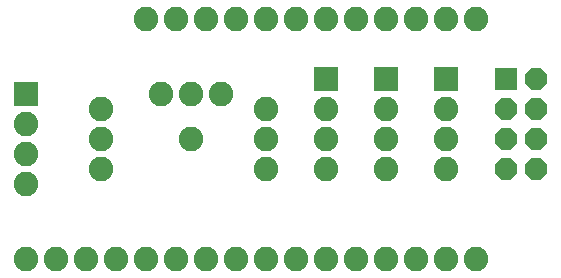
<source format=gts>
G75*
%MOIN*%
%OFA0B0*%
%FSLAX25Y25*%
%IPPOS*%
%LPD*%
%AMOC8*
5,1,8,0,0,1.08239X$1,22.5*
%
%ADD10C,0.08200*%
%ADD11R,0.08200X0.08200*%
%ADD12R,0.07200X0.07200*%
%ADD13OC8,0.07200*%
D10*
X0423333Y0015400D03*
X0433333Y0015400D03*
X0443333Y0015400D03*
X0453333Y0015400D03*
X0463333Y0015400D03*
X0473333Y0015400D03*
X0483333Y0015400D03*
X0493333Y0015400D03*
X0503333Y0015400D03*
X0513333Y0015400D03*
X0523333Y0015400D03*
X0533333Y0015400D03*
X0543333Y0015400D03*
X0553333Y0015400D03*
X0563333Y0015400D03*
X0573333Y0015400D03*
X0423333Y0040400D03*
X0448333Y0045400D03*
X0423333Y0050400D03*
X0448333Y0055400D03*
X0423333Y0060400D03*
X0448333Y0065400D03*
X0468333Y0070400D03*
X0478333Y0070400D03*
X0488333Y0070400D03*
X0503333Y0065400D03*
X0523333Y0065400D03*
X0543333Y0065400D03*
X0563333Y0065400D03*
X0563333Y0055400D03*
X0543333Y0055400D03*
X0523333Y0055400D03*
X0503333Y0055400D03*
X0478333Y0055400D03*
X0503333Y0045400D03*
X0523333Y0045400D03*
X0543333Y0045400D03*
X0563333Y0045400D03*
X0563333Y0095400D03*
X0553333Y0095400D03*
X0543333Y0095400D03*
X0533333Y0095400D03*
X0523333Y0095400D03*
X0513333Y0095400D03*
X0503333Y0095400D03*
X0493333Y0095400D03*
X0483333Y0095400D03*
X0473333Y0095400D03*
X0463333Y0095400D03*
X0573333Y0095400D03*
D11*
X0563333Y0075400D03*
X0543333Y0075400D03*
X0523333Y0075400D03*
X0423333Y0070400D03*
D12*
X0583333Y0075400D03*
D13*
X0593333Y0075400D03*
X0593333Y0065400D03*
X0583333Y0065400D03*
X0583333Y0055400D03*
X0593333Y0055400D03*
X0593333Y0045400D03*
X0583333Y0045400D03*
M02*

</source>
